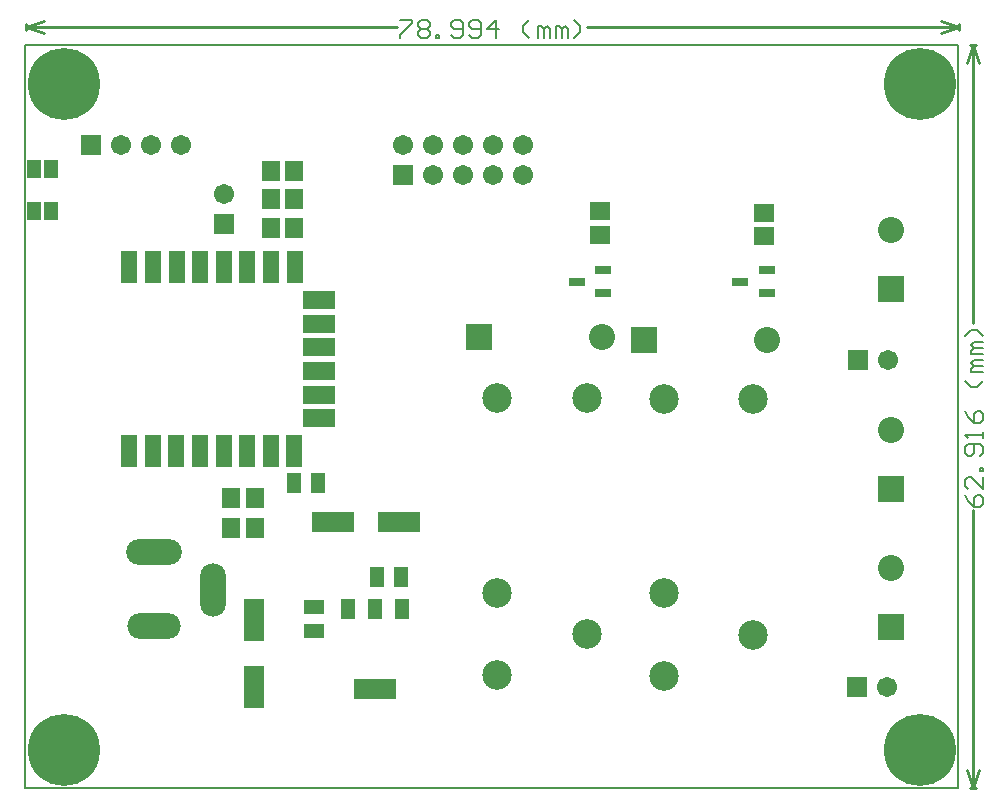
<source format=gts>
G04 Layer_Color=8388736*
%FSLAX44Y44*%
%MOMM*%
G71*
G01*
G75*
%ADD23C,0.1270*%
%ADD27C,0.2540*%
%ADD28C,2.0160*%
%ADD29C,0.1524*%
%ADD52R,1.1500X1.5000*%
%ADD53R,1.3532X0.8032*%
%ADD54R,1.6032X1.7032*%
%ADD55R,1.3462X2.7432*%
%ADD56R,2.7432X1.6002*%
%ADD57R,1.3032X1.7532*%
%ADD58R,1.3032X1.7532*%
%ADD59R,3.6532X1.7532*%
%ADD60R,1.2192X1.7272*%
%ADD61R,1.7272X1.2192*%
%ADD62R,1.7200X3.6200*%
%ADD63R,3.6200X1.7200*%
%ADD64R,1.7032X1.6032*%
%ADD65C,6.1016*%
%ADD66C,1.7032*%
%ADD67R,1.7032X1.7032*%
%ADD68C,2.2040*%
%ADD69R,2.2040X2.2040*%
%ADD70R,2.2032X2.2032*%
%ADD71C,2.2032*%
%ADD72R,1.7032X1.7032*%
%ADD73C,2.5032*%
%ADD74O,2.2032X4.5212*%
%ADD75O,4.5212X2.2032*%
%ADD76O,4.7032X2.2032*%
D23*
X255016Y831342D02*
X1044956D01*
Y202184D02*
Y831342D01*
X255016Y202184D02*
X1044956D01*
X255016D02*
Y831342D01*
D27*
X1054354D02*
X1059434D01*
X1054354Y202184D02*
X1059434D01*
X1056894Y831342D02*
X1061974Y816102D01*
X1051814D02*
X1056894Y831342D01*
Y202184D02*
X1061974Y217424D01*
X1051814D02*
X1056894Y202184D01*
Y595733D02*
Y831342D01*
Y202184D02*
Y437793D01*
X1044977Y843788D02*
Y848868D01*
X255037Y843788D02*
Y848868D01*
X1029737Y841248D02*
X1044977Y846328D01*
X1029737Y851408D02*
X1044977Y846328D01*
X255037D02*
X270277Y841248D01*
X255037Y846328D02*
X270277Y851408D01*
X730246Y846328D02*
X1044977D01*
X255037D02*
X569768D01*
D28*
X351266Y401824D02*
X376266D01*
X413766Y359824D02*
Y379824D01*
X353766Y339824D02*
X373766D01*
D29*
X1050800Y450490D02*
X1053340Y445412D01*
X1058418Y440333D01*
X1063496D01*
X1066036Y442872D01*
Y447951D01*
X1063496Y450490D01*
X1060957D01*
X1058418Y447951D01*
Y440333D01*
X1066036Y465725D02*
Y455568D01*
X1055879Y465725D01*
X1053340D01*
X1050800Y463186D01*
Y458107D01*
X1053340Y455568D01*
X1066036Y470803D02*
X1063496D01*
Y473343D01*
X1066036D01*
Y470803D01*
X1063496Y483499D02*
X1066036Y486038D01*
Y491117D01*
X1063496Y493656D01*
X1053340D01*
X1050800Y491117D01*
Y486038D01*
X1053340Y483499D01*
X1055879D01*
X1058418Y486038D01*
Y493656D01*
X1066036Y498734D02*
Y503813D01*
Y501273D01*
X1050800D01*
X1053340Y498734D01*
X1050800Y521587D02*
X1053340Y516509D01*
X1058418Y511430D01*
X1063496D01*
X1066036Y513969D01*
Y519048D01*
X1063496Y521587D01*
X1060957D01*
X1058418Y519048D01*
Y511430D01*
X1066036Y546979D02*
X1060957Y541900D01*
X1055879D01*
X1050800Y546979D01*
X1066036Y554596D02*
X1055879D01*
Y557135D01*
X1058418Y559675D01*
X1066036D01*
X1058418D01*
X1055879Y562214D01*
X1058418Y564753D01*
X1066036D01*
Y569831D02*
X1055879D01*
Y572370D01*
X1058418Y574910D01*
X1066036D01*
X1058418D01*
X1055879Y577449D01*
X1058418Y579988D01*
X1066036D01*
Y585066D02*
X1060957Y590145D01*
X1055879D01*
X1050800Y585066D01*
X572308Y852421D02*
X582464D01*
Y849882D01*
X572308Y839726D01*
Y837187D01*
X587543Y849882D02*
X590082Y852421D01*
X595160D01*
X597699Y849882D01*
Y847343D01*
X595160Y844804D01*
X597699Y842265D01*
Y839726D01*
X595160Y837187D01*
X590082D01*
X587543Y839726D01*
Y842265D01*
X590082Y844804D01*
X587543Y847343D01*
Y849882D01*
X590082Y844804D02*
X595160D01*
X602778Y837187D02*
Y839726D01*
X605317D01*
Y837187D01*
X602778D01*
X615474Y839726D02*
X618013Y837187D01*
X623091D01*
X625630Y839726D01*
Y849882D01*
X623091Y852421D01*
X618013D01*
X615474Y849882D01*
Y847343D01*
X618013Y844804D01*
X625630D01*
X630709Y839726D02*
X633248Y837187D01*
X638326D01*
X640865Y839726D01*
Y849882D01*
X638326Y852421D01*
X633248D01*
X630709Y849882D01*
Y847343D01*
X633248Y844804D01*
X640865D01*
X653561Y837187D02*
Y852421D01*
X645944Y844804D01*
X656100D01*
X681492Y837187D02*
X676414Y842265D01*
Y847343D01*
X681492Y852421D01*
X689110Y837187D02*
Y847343D01*
X691649D01*
X694188Y844804D01*
Y837187D01*
Y844804D01*
X696727Y847343D01*
X699267Y844804D01*
Y837187D01*
X704345D02*
Y847343D01*
X706884D01*
X709423Y844804D01*
Y837187D01*
Y844804D01*
X711962Y847343D01*
X714502Y844804D01*
Y837187D01*
X719580D02*
X724658Y842265D01*
Y847343D01*
X719580Y852421D01*
D52*
X276490Y726660D02*
D03*
X261990D02*
D03*
Y690660D02*
D03*
X276490D02*
D03*
D53*
X859970Y631190D02*
D03*
X882470Y640690D02*
D03*
Y621690D02*
D03*
X721540Y631190D02*
D03*
X744040Y640690D02*
D03*
Y621690D02*
D03*
D54*
X482600Y725170D02*
D03*
X462600D02*
D03*
X482600Y701040D02*
D03*
X462600D02*
D03*
X482600Y676910D02*
D03*
X462600D02*
D03*
X429260Y448310D02*
D03*
X449260D02*
D03*
X429260Y422910D02*
D03*
X449260D02*
D03*
D55*
X342900Y487680D02*
D03*
X362712D02*
D03*
X382778D02*
D03*
X402590D02*
D03*
X422910D02*
D03*
X442722D02*
D03*
X462534D02*
D03*
X482600D02*
D03*
X482854Y643890D02*
D03*
X462788D02*
D03*
X442976D02*
D03*
X422910Y643636D02*
D03*
X402844D02*
D03*
X383032D02*
D03*
X362712D02*
D03*
X342900D02*
D03*
D56*
X503428Y515620D02*
D03*
Y535432D02*
D03*
Y555244D02*
D03*
Y575564D02*
D03*
Y595376D02*
D03*
Y615696D02*
D03*
D57*
X574180Y353790D02*
D03*
D58*
X551180D02*
D03*
X528180D02*
D03*
D59*
X551180Y286290D02*
D03*
D60*
X552450Y381000D02*
D03*
X572770D02*
D03*
X482600Y461010D02*
D03*
X502920D02*
D03*
D61*
X499110Y355600D02*
D03*
Y335280D02*
D03*
D62*
X448310Y288230D02*
D03*
Y344230D02*
D03*
D63*
X571560Y427990D02*
D03*
X515560D02*
D03*
D64*
X741680Y690560D02*
D03*
Y670560D02*
D03*
X880110Y689610D02*
D03*
Y669610D02*
D03*
D65*
X288036Y798830D02*
D03*
X1012190D02*
D03*
X288036Y234696D02*
D03*
X1012444Y234442D02*
D03*
D66*
X676656Y746760D02*
D03*
Y721360D02*
D03*
X651256Y746760D02*
D03*
Y721360D02*
D03*
X625856Y746760D02*
D03*
Y721360D02*
D03*
X600456Y746760D02*
D03*
Y721360D02*
D03*
X575056Y746760D02*
D03*
X387096Y746506D02*
D03*
X361696D02*
D03*
X336296D02*
D03*
X985520Y565150D02*
D03*
X984250Y288290D02*
D03*
X422910Y705358D02*
D03*
D67*
X575056Y721360D02*
D03*
X310896Y746506D02*
D03*
X960120Y565150D02*
D03*
X958850Y288290D02*
D03*
D68*
X988060Y388620D02*
D03*
Y505460D02*
D03*
Y674840D02*
D03*
D69*
Y338620D02*
D03*
Y455460D02*
D03*
Y624840D02*
D03*
D70*
X778280Y581660D02*
D03*
X638580Y584200D02*
D03*
D71*
X882880Y581660D02*
D03*
X743180Y584200D02*
D03*
D72*
X422910Y679958D02*
D03*
D73*
X654250Y297740D02*
D03*
X730250Y332740D02*
D03*
X654250Y367740D02*
D03*
X730250Y532740D02*
D03*
X654250D02*
D03*
X795220Y297130D02*
D03*
X871220Y332130D02*
D03*
X795220Y367130D02*
D03*
X871220Y532130D02*
D03*
X795220D02*
D03*
D74*
X413766Y369824D02*
D03*
D75*
X363766Y339824D02*
D03*
D76*
Y401824D02*
D03*
M02*

</source>
